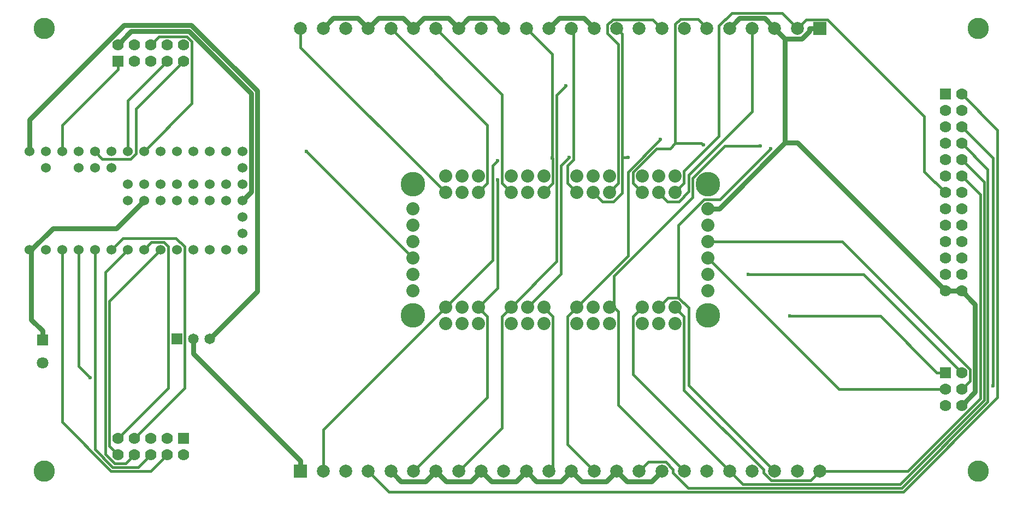
<source format=gbr>
G04 #@! TF.FileFunction,Copper,L2,Bot,Signal*
%FSLAX46Y46*%
G04 Gerber Fmt 4.6, Leading zero omitted, Abs format (unit mm)*
G04 Created by KiCad (PCBNEW 4.0.7-e2-6376~58~ubuntu16.04.1) date Mon Nov 19 16:49:33 2018*
%MOMM*%
%LPD*%
G01*
G04 APERTURE LIST*
%ADD10C,0.100000*%
%ADD11R,1.800000X1.800000*%
%ADD12C,1.800000*%
%ADD13R,1.651000X1.651000*%
%ADD14C,1.651000*%
%ADD15R,1.778000X1.778000*%
%ADD16C,1.778000*%
%ADD17R,2.000000X2.000000*%
%ADD18C,2.000000*%
%ADD19C,1.524000*%
%ADD20C,2.032000*%
%ADD21C,3.810000*%
%ADD22C,3.302000*%
%ADD23C,0.600000*%
%ADD24C,0.762000*%
%ADD25C,0.381000*%
G04 APERTURE END LIST*
D10*
D11*
X54356000Y-102897940D03*
D12*
X54356000Y-106398060D03*
D13*
X75184000Y-102743000D03*
D14*
X77724000Y-102743000D03*
X80264000Y-102743000D03*
D15*
X194310000Y-64770000D03*
D16*
X196850000Y-64770000D03*
X194310000Y-67310000D03*
X196850000Y-67310000D03*
X194310000Y-69850000D03*
X196850000Y-69850000D03*
X194310000Y-72390000D03*
X196850000Y-72390000D03*
X194310000Y-74930000D03*
X196850000Y-74930000D03*
X194310000Y-77470000D03*
X196850000Y-77470000D03*
X194310000Y-80010000D03*
X196850000Y-80010000D03*
X194310000Y-82550000D03*
X196850000Y-82550000D03*
X194310000Y-85090000D03*
X196850000Y-85090000D03*
X194310000Y-87630000D03*
X196850000Y-87630000D03*
X194310000Y-90170000D03*
X196850000Y-90170000D03*
X194310000Y-92710000D03*
X196850000Y-92710000D03*
X194310000Y-95250000D03*
X196850000Y-95250000D03*
D15*
X194310000Y-107950000D03*
D16*
X196850000Y-107950000D03*
X194310000Y-110490000D03*
X196850000Y-110490000D03*
X194310000Y-113030000D03*
X196850000Y-113030000D03*
D15*
X76200000Y-118110000D03*
D16*
X76200000Y-120650000D03*
X73660000Y-118110000D03*
X73660000Y-120650000D03*
X71120000Y-118110000D03*
X71120000Y-120650000D03*
X68580000Y-118110000D03*
X68580000Y-120650000D03*
X66040000Y-118110000D03*
X66040000Y-120650000D03*
D15*
X66040000Y-59690000D03*
D16*
X66040000Y-57150000D03*
X68580000Y-59690000D03*
X68580000Y-57150000D03*
X71120000Y-59690000D03*
X71120000Y-57150000D03*
X73660000Y-59690000D03*
X73660000Y-57150000D03*
X76200000Y-59690000D03*
X76200000Y-57150000D03*
D17*
X94369940Y-123190000D03*
D18*
X97870060Y-123190000D03*
X101370000Y-123190000D03*
X104870000Y-123190000D03*
X108370000Y-123190000D03*
X111870000Y-123190000D03*
X115370000Y-123190000D03*
X118870000Y-123190000D03*
X122370000Y-123190000D03*
X125870000Y-123190000D03*
X129370000Y-123190000D03*
X132870000Y-123190000D03*
X136370000Y-123190000D03*
X139870000Y-123190000D03*
X143370000Y-123190000D03*
X146870000Y-123190000D03*
X150370000Y-123190000D03*
X153870000Y-123190000D03*
X157370000Y-123190000D03*
X160870000Y-123190000D03*
X164370000Y-123190000D03*
X167870000Y-123190000D03*
X171370000Y-123190000D03*
X174870000Y-123190000D03*
D17*
X174870060Y-54610000D03*
D18*
X171369940Y-54610000D03*
X167870000Y-54610000D03*
X164370000Y-54610000D03*
X160870000Y-54610000D03*
X157370000Y-54610000D03*
X153870000Y-54610000D03*
X150370000Y-54610000D03*
X146870000Y-54610000D03*
X143370000Y-54610000D03*
X139870000Y-54610000D03*
X136370000Y-54610000D03*
X132870000Y-54610000D03*
X129370000Y-54610000D03*
X125870000Y-54610000D03*
X122370000Y-54610000D03*
X118870000Y-54610000D03*
X115370000Y-54610000D03*
X111870000Y-54610000D03*
X108370000Y-54610000D03*
X104870000Y-54610000D03*
X101370000Y-54610000D03*
X97870000Y-54610000D03*
X94370000Y-54610000D03*
D19*
X52324000Y-88900000D03*
X54864000Y-88900000D03*
X57404000Y-88900000D03*
X59944000Y-88900000D03*
X62484000Y-88900000D03*
X65024000Y-88900000D03*
X67564000Y-88900000D03*
X70104000Y-88900000D03*
X72644000Y-88900000D03*
X75184000Y-88900000D03*
X77724000Y-88900000D03*
X80264000Y-88900000D03*
X82804000Y-88900000D03*
X85344000Y-88900000D03*
X85344000Y-86360000D03*
X85344000Y-83820000D03*
X85344000Y-81280000D03*
X85344000Y-78740000D03*
X85344000Y-76200000D03*
X85344000Y-73660000D03*
X82804000Y-73660000D03*
X80264000Y-73660000D03*
X77724000Y-73660000D03*
X75184000Y-73660000D03*
X72644000Y-73660000D03*
X70104000Y-73660000D03*
X67564000Y-73660000D03*
X65024000Y-73660000D03*
X62484000Y-73660000D03*
X59944000Y-73660000D03*
X57404000Y-73660000D03*
X54864000Y-73660000D03*
X52324000Y-73660000D03*
X67564000Y-81280000D03*
X70104000Y-81280000D03*
X72644000Y-81280000D03*
X75184000Y-81280000D03*
X77724000Y-81280000D03*
X80264000Y-81280000D03*
X82804000Y-81280000D03*
X82804000Y-78740000D03*
X80264000Y-78740000D03*
X77724000Y-78740000D03*
X75184000Y-78740000D03*
X72644000Y-78740000D03*
X70104000Y-78740000D03*
X67564000Y-78740000D03*
X65024000Y-76200000D03*
X62484000Y-76200000D03*
X59944000Y-76200000D03*
X54864000Y-76200000D03*
D20*
X111760000Y-95250000D03*
X111760000Y-92710000D03*
X111760000Y-90170000D03*
X111760000Y-87630000D03*
X111760000Y-85090000D03*
X111760000Y-82550000D03*
X157480000Y-95250000D03*
X157480000Y-92710000D03*
X157480000Y-90170000D03*
X157480000Y-87630000D03*
X157480000Y-85090000D03*
X157480000Y-82550000D03*
X116840000Y-97790000D03*
X116840000Y-100330000D03*
X119380000Y-97790000D03*
X119380000Y-100330000D03*
X121920000Y-97790000D03*
X121920000Y-100330000D03*
X127000000Y-97790000D03*
X127000000Y-100330000D03*
X129540000Y-97790000D03*
X129540000Y-100330000D03*
X132080000Y-97790000D03*
X132080000Y-100330000D03*
X137160000Y-97790000D03*
X137160000Y-100330000D03*
X139700000Y-97790000D03*
X139700000Y-100330000D03*
X142240000Y-97790000D03*
X142240000Y-100330000D03*
X147320000Y-97790000D03*
X147320000Y-100330000D03*
X149860000Y-97790000D03*
X149860000Y-100330000D03*
X152400000Y-97790000D03*
X152400000Y-100330000D03*
X152400000Y-80010000D03*
X152400000Y-77470000D03*
X149860000Y-80010000D03*
X149860000Y-77470000D03*
X147320000Y-80010000D03*
X147320000Y-77470000D03*
X142240000Y-80010000D03*
X142240000Y-77470000D03*
X139700000Y-80010000D03*
X139700000Y-77470000D03*
X137160000Y-80010000D03*
X137160000Y-77470000D03*
X132080000Y-80010000D03*
X132080000Y-77470000D03*
X129540000Y-80010000D03*
X129540000Y-77470000D03*
X127000000Y-80010000D03*
X127000000Y-77470000D03*
X121920000Y-80010000D03*
X121920000Y-77470000D03*
X119380000Y-80010000D03*
X119380000Y-77470000D03*
X116840000Y-80010000D03*
X116840000Y-77470000D03*
D21*
X111760000Y-99060000D03*
X111760000Y-78740000D03*
X157480000Y-78740000D03*
X157480000Y-99060000D03*
D22*
X54610000Y-54610000D03*
X199390000Y-54610000D03*
X199390000Y-123190000D03*
X54610000Y-123190000D03*
D23*
X124897700Y-75070400D03*
X124900000Y-78086800D03*
X135489600Y-63516200D03*
X135997300Y-74608000D03*
X201680400Y-110019500D03*
X150149400Y-71807200D03*
X165599900Y-72832500D03*
X167231800Y-73229700D03*
X156814700Y-72681100D03*
X145143900Y-74608000D03*
X133390700Y-74671500D03*
X170252000Y-99182300D03*
X163779700Y-92710000D03*
X95250000Y-73660000D03*
X61740900Y-108730900D03*
D24*
X68120600Y-55069400D02*
X66040000Y-57150000D01*
X77094500Y-55069400D02*
X68120600Y-55069400D01*
X86698200Y-64673100D02*
X77094500Y-55069400D01*
X86698200Y-79925800D02*
X86698200Y-64673100D01*
X85344000Y-81280000D02*
X86698200Y-79925800D01*
X54356000Y-102897900D02*
X54356000Y-101416600D01*
X52644100Y-88900000D02*
X52324000Y-88900000D01*
X55960300Y-85583800D02*
X52644100Y-88900000D01*
X65800200Y-85583800D02*
X55960300Y-85583800D01*
X70104000Y-81280000D02*
X65800200Y-85583800D01*
X52644100Y-99704700D02*
X54356000Y-101416600D01*
X52644100Y-88900000D02*
X52644100Y-99704700D01*
X103268800Y-53008800D02*
X104870000Y-54610000D01*
X99471200Y-53008800D02*
X103268800Y-53008800D01*
X97870000Y-54610000D02*
X99471200Y-53008800D01*
X106451400Y-53028600D02*
X104870000Y-54610000D01*
X110288600Y-53028600D02*
X106451400Y-53028600D01*
X111870000Y-54610000D02*
X110288600Y-53028600D01*
X134451400Y-53028600D02*
X132870000Y-54610000D01*
X138288600Y-53028600D02*
X134451400Y-53028600D01*
X139870000Y-54610000D02*
X138288600Y-53028600D01*
X113453500Y-53026500D02*
X111870000Y-54610000D01*
X117286500Y-53026500D02*
X113453500Y-53026500D01*
X118870000Y-54610000D02*
X117286500Y-53026500D01*
X196850000Y-95250000D02*
X194310000Y-95250000D01*
X198925600Y-110954400D02*
X196850000Y-113030000D01*
X198925600Y-97325600D02*
X198925600Y-110954400D01*
X196850000Y-95250000D02*
X198925600Y-97325600D01*
X162454800Y-53025200D02*
X160870000Y-54610000D01*
X166285200Y-53025200D02*
X162454800Y-53025200D01*
X167870000Y-54610000D02*
X166285200Y-53025200D01*
X120453000Y-53027000D02*
X118870000Y-54610000D01*
X124287000Y-53027000D02*
X120453000Y-53027000D01*
X125870000Y-54610000D02*
X124287000Y-53027000D01*
X144969800Y-124789800D02*
X143370000Y-123190000D01*
X148770200Y-124789800D02*
X144969800Y-124789800D01*
X150370000Y-123190000D02*
X148770200Y-124789800D01*
X137968300Y-124788300D02*
X136370000Y-123190000D01*
X141771700Y-124788300D02*
X137968300Y-124788300D01*
X143370000Y-123190000D02*
X141771700Y-124788300D01*
X173288800Y-55005300D02*
X173288800Y-54610000D01*
X172070600Y-56223500D02*
X173288800Y-55005300D01*
X169483500Y-56223500D02*
X172070600Y-56223500D01*
X169483500Y-56223500D02*
X167870000Y-54610000D01*
X174870100Y-54610000D02*
X173288800Y-54610000D01*
X130967700Y-124787700D02*
X129370000Y-123190000D01*
X134772300Y-124787700D02*
X130967700Y-124787700D01*
X136370000Y-123190000D02*
X134772300Y-124787700D01*
X123967400Y-124787400D02*
X122370000Y-123190000D01*
X127772600Y-124787400D02*
X123967400Y-124787400D01*
X129370000Y-123190000D02*
X127772600Y-124787400D01*
X171376000Y-72316000D02*
X194310000Y-95250000D01*
X169483500Y-72316000D02*
X171376000Y-72316000D01*
X159249500Y-82550000D02*
X169483500Y-72316000D01*
X157480000Y-82550000D02*
X159249500Y-82550000D01*
X169483500Y-72316000D02*
X169483500Y-56223500D01*
X109967400Y-124787400D02*
X108370000Y-123190000D01*
X113772600Y-124787400D02*
X109967400Y-124787400D01*
X115370000Y-123190000D02*
X113772600Y-124787400D01*
X116967400Y-124787400D02*
X115370000Y-123190000D01*
X120772600Y-124787400D02*
X116967400Y-124787400D01*
X122370000Y-123190000D02*
X120772600Y-124787400D01*
X77724000Y-104962800D02*
X77724000Y-102743000D01*
X94369900Y-121608700D02*
X77724000Y-104962800D01*
X94369900Y-123190000D02*
X94369900Y-121608700D01*
X87671300Y-95335700D02*
X80264000Y-102743000D01*
X87671300Y-64285100D02*
X87671300Y-95335700D01*
X77454500Y-54068300D02*
X87671300Y-64285100D01*
X67034300Y-54068300D02*
X77454500Y-54068300D01*
X52324000Y-68778600D02*
X67034300Y-54068300D01*
X52324000Y-73660000D02*
X52324000Y-68778600D01*
D25*
X97870100Y-116759900D02*
X116840000Y-97790000D01*
X97870100Y-123190000D02*
X97870100Y-116759900D01*
X124141200Y-90488800D02*
X116840000Y-97790000D01*
X124141200Y-75826900D02*
X124141200Y-90488800D01*
X124897700Y-75070400D02*
X124141200Y-75826900D01*
X202398400Y-70318400D02*
X196850000Y-64770000D01*
X202398400Y-111775900D02*
X202398400Y-70318400D01*
X187788300Y-126386000D02*
X202398400Y-111775900D01*
X108066000Y-126386000D02*
X187788300Y-126386000D01*
X104870000Y-123190000D02*
X108066000Y-126386000D01*
X123326900Y-99196900D02*
X121920000Y-97790000D01*
X123326900Y-111733100D02*
X123326900Y-99196900D01*
X111870000Y-123190000D02*
X123326900Y-111733100D01*
X124900000Y-94810000D02*
X124900000Y-78086800D01*
X121920000Y-97790000D02*
X124900000Y-94810000D01*
X125593200Y-99196800D02*
X127000000Y-97790000D01*
X125593200Y-116466800D02*
X125593200Y-99196800D01*
X118870000Y-123190000D02*
X125593200Y-116466800D01*
X134084800Y-64921000D02*
X135489600Y-63516200D01*
X134084800Y-90705200D02*
X134084800Y-64921000D01*
X127000000Y-97790000D02*
X134084800Y-90705200D01*
X134704900Y-75900400D02*
X135997300Y-74608000D01*
X134704900Y-92625100D02*
X134704900Y-75900400D01*
X129540000Y-97790000D02*
X134704900Y-92625100D01*
X133494000Y-122566000D02*
X132870000Y-123190000D01*
X133494000Y-99204000D02*
X133494000Y-122566000D01*
X132080000Y-97790000D02*
X133494000Y-99204000D01*
X201680400Y-74680400D02*
X201680400Y-110019500D01*
X196850000Y-69850000D02*
X201680400Y-74680400D01*
X135751100Y-99198900D02*
X137160000Y-97790000D01*
X135751100Y-119071100D02*
X135751100Y-99198900D01*
X139870000Y-123190000D02*
X135751100Y-119071100D01*
X145112600Y-76844000D02*
X150149400Y-71807200D01*
X145112600Y-89837400D02*
X145112600Y-76844000D01*
X137160000Y-97790000D02*
X145112600Y-89837400D01*
X200895300Y-76435300D02*
X196850000Y-72390000D01*
X200895300Y-112456700D02*
X200895300Y-76435300D01*
X187547400Y-125804600D02*
X200895300Y-112456700D01*
X154495800Y-125804600D02*
X187547400Y-125804600D01*
X152120000Y-123428800D02*
X154495800Y-125804600D01*
X152120000Y-122905000D02*
X152120000Y-123428800D01*
X150967300Y-121752300D02*
X152120000Y-122905000D01*
X148307700Y-121752300D02*
X150967300Y-121752300D01*
X146870000Y-123190000D02*
X148307700Y-121752300D01*
X142240000Y-97790000D02*
X142946000Y-97790000D01*
X143652000Y-98496000D02*
X142946000Y-97790000D01*
X143652000Y-112972000D02*
X143652000Y-98496000D01*
X153870000Y-123190000D02*
X143652000Y-112972000D01*
X160128000Y-72832500D02*
X165599900Y-72832500D01*
X155172500Y-77788000D02*
X160128000Y-72832500D01*
X155172500Y-80756700D02*
X155172500Y-77788000D01*
X142946000Y-92983200D02*
X155172500Y-80756700D01*
X142946000Y-97790000D02*
X142946000Y-92983200D01*
X145907600Y-108227600D02*
X160870000Y-123190000D01*
X145907600Y-99202400D02*
X145907600Y-108227600D01*
X147320000Y-97790000D02*
X145907600Y-99202400D01*
X200313900Y-78393900D02*
X196850000Y-74930000D01*
X200313900Y-112210800D02*
X200313900Y-78393900D01*
X187308000Y-125216700D02*
X200313900Y-112210800D01*
X162896700Y-125216700D02*
X187308000Y-125216700D01*
X160870000Y-123190000D02*
X162896700Y-125216700D01*
X151318400Y-96331600D02*
X152967900Y-96331600D01*
X149860000Y-97790000D02*
X151318400Y-96331600D01*
X154552400Y-109872400D02*
X167870000Y-123190000D01*
X154552400Y-97916100D02*
X154552400Y-109872400D01*
X152967900Y-96331600D02*
X154552400Y-97916100D01*
X159371900Y-81089600D02*
X167231800Y-73229700D01*
X156936000Y-81089600D02*
X159371900Y-81089600D01*
X152967900Y-85057700D02*
X156936000Y-81089600D01*
X152967900Y-96331600D02*
X152967900Y-85057700D01*
X173424700Y-124635300D02*
X174870000Y-123190000D01*
X167297100Y-124635300D02*
X173424700Y-124635300D01*
X166120000Y-123458200D02*
X167297100Y-124635300D01*
X166120000Y-122947700D02*
X166120000Y-123458200D01*
X153806900Y-110634600D02*
X166120000Y-122947700D01*
X153806900Y-99196900D02*
X153806900Y-110634600D01*
X152400000Y-97790000D02*
X153806900Y-99196900D01*
X199732500Y-80352500D02*
X196850000Y-77470000D01*
X199732500Y-111969900D02*
X199732500Y-80352500D01*
X188512400Y-123190000D02*
X199732500Y-111969900D01*
X174870000Y-123190000D02*
X188512400Y-123190000D01*
X191069100Y-76769100D02*
X194310000Y-80010000D01*
X191069100Y-68255900D02*
X191069100Y-76769100D01*
X176032300Y-53219100D02*
X191069100Y-68255900D01*
X172760800Y-53219100D02*
X176032300Y-53219100D01*
X171369900Y-54610000D02*
X172760800Y-53219100D01*
X153828100Y-78581900D02*
X152400000Y-80010000D01*
X153828100Y-76698100D02*
X153828100Y-78581900D01*
X159239500Y-71286700D02*
X153828100Y-76698100D01*
X159239500Y-54226100D02*
X159239500Y-71286700D01*
X161227200Y-52238400D02*
X159239500Y-54226100D01*
X168998300Y-52238400D02*
X161227200Y-52238400D01*
X171369900Y-54610000D02*
X168998300Y-52238400D01*
X164370000Y-67500000D02*
X164370000Y-54610000D01*
X154591100Y-77278900D02*
X164370000Y-67500000D01*
X154591100Y-79817000D02*
X154591100Y-77278900D01*
X152989500Y-81418600D02*
X154591100Y-79817000D01*
X151268600Y-81418600D02*
X152989500Y-81418600D01*
X149860000Y-80010000D02*
X151268600Y-81418600D01*
X155963600Y-53203600D02*
X157370000Y-54610000D01*
X153239200Y-53203600D02*
X155963600Y-53203600D01*
X152469700Y-53973100D02*
X153239200Y-53203600D01*
X152469700Y-72398500D02*
X152469700Y-53973100D01*
X156532100Y-72398500D02*
X156814700Y-72681100D01*
X152469700Y-72398500D02*
X156532100Y-72398500D01*
X151647300Y-73220900D02*
X152469700Y-72398500D01*
X149558000Y-73220900D02*
X151647300Y-73220900D01*
X145902400Y-76876500D02*
X149558000Y-73220900D01*
X145902400Y-78592400D02*
X145902400Y-76876500D01*
X147320000Y-80010000D02*
X145902400Y-78592400D01*
X148975700Y-53215700D02*
X150370000Y-54610000D01*
X142796200Y-53215700D02*
X148975700Y-53215700D01*
X141972900Y-54039000D02*
X142796200Y-53215700D01*
X141972900Y-55413100D02*
X141972900Y-54039000D01*
X143646900Y-57087100D02*
X141972900Y-55413100D01*
X143646900Y-78603100D02*
X143646900Y-57087100D01*
X142240000Y-80010000D02*
X143646900Y-78603100D01*
X144228300Y-74608000D02*
X145143900Y-74608000D01*
X144228300Y-55468300D02*
X144228300Y-74608000D01*
X143370000Y-54610000D02*
X144228300Y-55468300D01*
X141142500Y-81452500D02*
X139700000Y-80010000D01*
X142852600Y-81452500D02*
X141142500Y-81452500D01*
X144228300Y-80076800D02*
X142852600Y-81452500D01*
X144228300Y-74608000D02*
X144228300Y-80076800D01*
X136688100Y-54928100D02*
X136370000Y-54610000D01*
X136688100Y-74894200D02*
X136688100Y-54928100D01*
X135736200Y-75846100D02*
X136688100Y-74894200D01*
X135736200Y-78586200D02*
X135736200Y-75846100D01*
X137160000Y-80010000D02*
X135736200Y-78586200D01*
X133503400Y-74784200D02*
X133390700Y-74671500D01*
X133503400Y-78586600D02*
X133503400Y-74784200D01*
X132080000Y-80010000D02*
X133503400Y-78586600D01*
X133390700Y-58630700D02*
X133390700Y-74671500D01*
X129370000Y-54610000D02*
X133390700Y-58630700D01*
X125590800Y-64830800D02*
X115370000Y-54610000D01*
X125590800Y-78600800D02*
X125590800Y-64830800D01*
X127000000Y-80010000D02*
X125590800Y-78600800D01*
X123328900Y-69568900D02*
X108370000Y-54610000D01*
X123328900Y-78601100D02*
X123328900Y-69568900D01*
X121920000Y-80010000D02*
X123328900Y-78601100D01*
X94370000Y-57540000D02*
X116840000Y-80010000D01*
X94370000Y-54610000D02*
X94370000Y-57540000D01*
X194310000Y-107950000D02*
X193030200Y-107950000D01*
X184262500Y-99182300D02*
X193030200Y-107950000D01*
X170252000Y-99182300D02*
X184262500Y-99182300D01*
X181610000Y-92710000D02*
X196850000Y-107950000D01*
X163779700Y-92710000D02*
X181610000Y-92710000D01*
X111760000Y-90170000D02*
X95250000Y-73660000D01*
X177800000Y-110490000D02*
X194310000Y-110490000D01*
X157480000Y-90170000D02*
X177800000Y-110490000D01*
X198153700Y-109186300D02*
X196850000Y-110490000D01*
X198153700Y-107436300D02*
X198153700Y-109186300D01*
X178347400Y-87630000D02*
X198153700Y-107436300D01*
X157480000Y-87630000D02*
X178347400Y-87630000D01*
X57404000Y-69605800D02*
X66040000Y-60969800D01*
X57404000Y-73660000D02*
X57404000Y-69605800D01*
X66040000Y-59690000D02*
X66040000Y-60969800D01*
X57404000Y-115568400D02*
X57404000Y-88900000D01*
X64995500Y-123159900D02*
X57404000Y-115568400D01*
X71150100Y-123159900D02*
X64995500Y-123159900D01*
X73660000Y-120650000D02*
X71150100Y-123159900D01*
X59944000Y-106934000D02*
X61740900Y-108730900D01*
X59944000Y-88900000D02*
X59944000Y-106934000D01*
X69191500Y-122578500D02*
X71120000Y-120650000D01*
X65236400Y-122578500D02*
X69191500Y-122578500D01*
X62484000Y-119826100D02*
X65236400Y-122578500D01*
X62484000Y-88900000D02*
X62484000Y-119826100D01*
X76400400Y-110289600D02*
X68580000Y-118110000D01*
X76400400Y-88415400D02*
X76400400Y-110289600D01*
X75085600Y-87100600D02*
X76400400Y-88415400D01*
X66823400Y-87100600D02*
X75085600Y-87100600D01*
X65024000Y-88900000D02*
X66823400Y-87100600D01*
X67262600Y-121967400D02*
X68580000Y-120650000D01*
X65526600Y-121967400D02*
X67262600Y-121967400D01*
X64133500Y-120574300D02*
X65526600Y-121967400D01*
X64133500Y-92330500D02*
X64133500Y-120574300D01*
X67564000Y-88900000D02*
X64133500Y-92330500D01*
X73821900Y-110328100D02*
X66040000Y-118110000D01*
X73821900Y-88385000D02*
X73821900Y-110328100D01*
X73177400Y-87740500D02*
X73821900Y-88385000D01*
X71263500Y-87740500D02*
X73177400Y-87740500D01*
X70104000Y-88900000D02*
X71263500Y-87740500D01*
X64714900Y-119324900D02*
X66040000Y-120650000D01*
X64714900Y-96829100D02*
X64714900Y-119324900D01*
X72644000Y-88900000D02*
X64714900Y-96829100D01*
X77511900Y-66252100D02*
X70104000Y-73660000D01*
X77511900Y-56615400D02*
X77511900Y-66252100D01*
X76756500Y-55860000D02*
X77511900Y-56615400D01*
X72410000Y-55860000D02*
X76756500Y-55860000D01*
X71120000Y-57150000D02*
X72410000Y-55860000D01*
X67564000Y-65786000D02*
X73660000Y-59690000D01*
X67564000Y-73660000D02*
X67564000Y-65786000D01*
X68834000Y-67056000D02*
X76200000Y-59690000D01*
X68834000Y-74038600D02*
X68834000Y-67056000D01*
X68045000Y-74827600D02*
X68834000Y-74038600D01*
X63651600Y-74827600D02*
X68045000Y-74827600D01*
X62484000Y-73660000D02*
X63651600Y-74827600D01*
M02*

</source>
